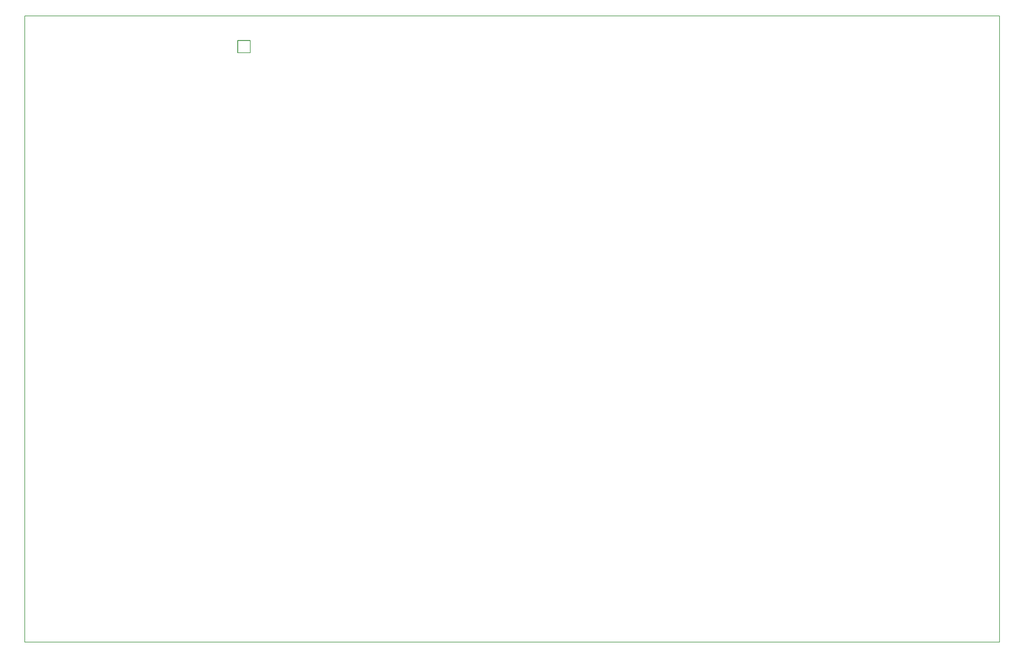
<source format=gbr>
G04 #@! TF.FileFunction,Other,Fab,Bot*
%FSLAX46Y46*%
G04 Gerber Fmt 4.6, Leading zero omitted, Abs format (unit mm)*
G04 Created by KiCad (PCBNEW 4.0.7) date Wednesday 28 November 2018 'à' 00:54:26*
%MOMM*%
%LPD*%
G01*
G04 APERTURE LIST*
%ADD10C,0.100000*%
%ADD11C,0.150000*%
%ADD12C,0.075000*%
G04 APERTURE END LIST*
D10*
D11*
X111180000Y-60605000D02*
X111180000Y-57030000D01*
X114780000Y-60605000D02*
X111180000Y-60605000D01*
X114780000Y-57030000D02*
X114780000Y-60605000D01*
X111180000Y-57030000D02*
X114780000Y-57030000D01*
X50000000Y-230000000D02*
X50000000Y-50000000D01*
X330000000Y-230000000D02*
X50000000Y-230000000D01*
X330000000Y-50000000D02*
X330000000Y-230000000D01*
X50000000Y-50000000D02*
X330000000Y-50000000D01*
D12*
X114755000Y-60580000D02*
X114755000Y-57080000D01*
X114755000Y-60580000D02*
X111255000Y-60580000D01*
X114755000Y-57080000D02*
X111255000Y-57080000D01*
X111255000Y-60580000D02*
X111255000Y-57080000D01*
M02*

</source>
